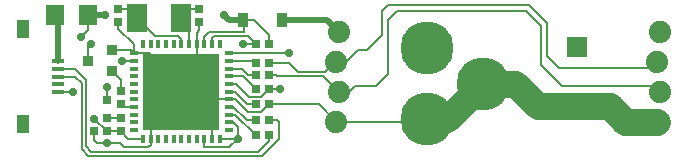
<source format=gtl>
G04 (created by PCBNEW (2013-07-07 BZR 4022)-stable) date 4/25/2015 1:18:05 AM*
%MOIN*%
G04 Gerber Fmt 3.4, Leading zero omitted, Abs format*
%FSLAX34Y34*%
G01*
G70*
G90*
G04 APERTURE LIST*
%ADD10C,0.00590551*%
%ADD11R,0.0413X0.0157*%
%ADD12R,0.0433X0.059*%
%ADD13R,0.036X0.036*%
%ADD14R,0.038X0.05*%
%ADD15R,0.0315X0.0138*%
%ADD16R,0.0138X0.0315*%
%ADD17R,0.128X0.128*%
%ADD18R,0.063X0.071*%
%ADD19R,0.0314X0.0314*%
%ADD20R,0.0275X0.0315*%
%ADD21R,0.0315X0.0275*%
%ADD22R,0.0669291X0.0944882*%
%ADD23C,0.177165*%
%ADD24R,0.0708661X0.0708661*%
%ADD25C,0.0708661*%
%ADD26C,0.074*%
%ADD27C,0.0275591*%
%ADD28C,0.019685*%
%ADD29C,0.00629921*%
%ADD30C,0.0905512*%
G04 APERTURE END LIST*
G54D10*
G54D11*
X44600Y-15889D03*
X44600Y-16145D03*
X44600Y-16400D03*
X44600Y-16655D03*
X44600Y-16911D03*
G54D12*
X43419Y-17974D03*
X43419Y-14826D03*
G54D13*
X46400Y-15525D03*
X46400Y-16225D03*
X45600Y-15875D03*
G54D14*
X50760Y-14515D03*
X52050Y-14515D03*
G54D15*
X50275Y-18180D03*
X50275Y-17924D03*
X50275Y-17412D03*
X50275Y-17156D03*
X50275Y-16900D03*
X50275Y-16644D03*
G54D16*
X49468Y-15325D03*
X49212Y-15325D03*
X48956Y-15325D03*
X48700Y-15325D03*
X48444Y-15325D03*
X48188Y-15325D03*
X47932Y-15325D03*
G54D15*
X50275Y-17668D03*
G54D17*
X49340Y-16260D03*
X49340Y-17540D03*
X48060Y-17540D03*
X48060Y-16260D03*
G54D15*
X47125Y-16132D03*
X47125Y-16388D03*
X47125Y-16644D03*
X47125Y-16900D03*
X47125Y-17156D03*
X47125Y-17412D03*
X47125Y-17668D03*
G54D16*
X47932Y-18475D03*
X48188Y-18475D03*
X48444Y-18475D03*
X48700Y-18475D03*
X48956Y-18475D03*
X49212Y-18475D03*
X49468Y-18475D03*
G54D15*
X50275Y-16388D03*
X50275Y-16132D03*
X50275Y-15876D03*
X50275Y-15620D03*
G54D16*
X49980Y-15325D03*
X49724Y-15325D03*
X47676Y-15325D03*
X47420Y-15325D03*
G54D15*
X47125Y-15620D03*
X47125Y-15876D03*
X47125Y-17924D03*
X47125Y-18180D03*
G54D16*
X47420Y-18475D03*
X47676Y-18475D03*
X49724Y-18475D03*
X49980Y-18475D03*
G54D18*
X44475Y-14350D03*
X45575Y-14350D03*
G54D19*
X46225Y-17770D03*
X46225Y-17180D03*
G54D20*
X46675Y-16884D03*
X46675Y-17316D03*
G54D21*
X51184Y-16825D03*
X51616Y-16825D03*
X51184Y-16350D03*
X51616Y-16350D03*
X51184Y-15950D03*
X51616Y-15950D03*
G54D20*
X46675Y-18216D03*
X46675Y-17784D03*
G54D21*
X51184Y-15300D03*
X51616Y-15300D03*
G54D20*
X46600Y-14566D03*
X46600Y-14134D03*
X49300Y-14134D03*
X49300Y-14566D03*
G54D21*
X51616Y-17325D03*
X51184Y-17325D03*
X45784Y-18225D03*
X46216Y-18225D03*
X51184Y-17850D03*
X51616Y-17850D03*
X51184Y-18350D03*
X51616Y-18350D03*
G54D22*
X47221Y-14450D03*
X48678Y-14450D03*
G54D23*
X56900Y-15459D03*
X56900Y-17821D03*
X58750Y-16640D03*
G54D24*
X61900Y-15415D03*
G54D25*
X61900Y-17384D03*
G54D26*
X53850Y-15900D03*
X53950Y-16900D03*
X53850Y-17900D03*
X53950Y-14900D03*
X64550Y-15900D03*
X64650Y-16900D03*
X64550Y-17900D03*
X64650Y-14900D03*
G54D27*
X45075Y-16925D03*
X46225Y-18625D03*
X46225Y-16750D03*
X52300Y-15625D03*
X50750Y-15325D03*
X45675Y-15325D03*
X51975Y-16825D03*
X50575Y-18475D03*
X45800Y-17800D03*
X46725Y-15875D03*
X45350Y-15075D03*
X46150Y-14350D03*
X50125Y-14350D03*
G54D28*
X44600Y-15889D02*
X44600Y-14475D01*
X44600Y-14475D02*
X44475Y-14350D01*
G54D29*
X53950Y-16900D02*
X54300Y-16900D01*
X64450Y-16700D02*
X64650Y-16900D01*
X61400Y-16700D02*
X64450Y-16700D01*
X60700Y-16000D02*
X61400Y-16700D01*
X60700Y-14700D02*
X60700Y-16000D01*
X60200Y-14200D02*
X60700Y-14700D01*
X55900Y-14200D02*
X60200Y-14200D01*
X55600Y-14500D02*
X55900Y-14200D01*
X55600Y-16300D02*
X55600Y-14500D01*
X55200Y-16700D02*
X55600Y-16300D01*
X54500Y-16700D02*
X55200Y-16700D01*
X54300Y-16900D02*
X54500Y-16700D01*
X51616Y-16350D02*
X51875Y-16350D01*
X53425Y-16375D02*
X53950Y-16900D01*
X51900Y-16375D02*
X53425Y-16375D01*
X51875Y-16350D02*
X51900Y-16375D01*
X50275Y-17412D02*
X50437Y-17412D01*
X50875Y-17850D02*
X51184Y-17850D01*
X50437Y-17412D02*
X50875Y-17850D01*
X50275Y-17668D02*
X50502Y-17668D01*
X50502Y-17668D02*
X51184Y-18350D01*
X53850Y-15900D02*
X54200Y-15900D01*
X64350Y-16100D02*
X64550Y-15900D01*
X61300Y-16100D02*
X64350Y-16100D01*
X60900Y-15700D02*
X61300Y-16100D01*
X60900Y-14600D02*
X60900Y-15700D01*
X60300Y-14000D02*
X60900Y-14600D01*
X55600Y-14000D02*
X60300Y-14000D01*
X55400Y-14200D02*
X55600Y-14000D01*
X55400Y-15000D02*
X55400Y-14200D01*
X54900Y-15500D02*
X55400Y-15000D01*
X54600Y-15500D02*
X54900Y-15500D01*
X54200Y-15900D02*
X54600Y-15500D01*
X51616Y-15950D02*
X52300Y-15950D01*
X53500Y-16250D02*
X53850Y-15900D01*
X52600Y-16250D02*
X53500Y-16250D01*
X52300Y-15950D02*
X52600Y-16250D01*
G54D30*
X61900Y-17384D02*
X62984Y-17384D01*
X63500Y-17900D02*
X64550Y-17900D01*
X62984Y-17384D02*
X63500Y-17900D01*
X58750Y-16640D02*
X59840Y-16640D01*
X60584Y-17384D02*
X61900Y-17384D01*
X59840Y-16640D02*
X60584Y-17384D01*
X56900Y-17821D02*
X57569Y-17821D01*
X57569Y-17821D02*
X58750Y-16640D01*
G54D29*
X53850Y-17900D02*
X56821Y-17900D01*
X56821Y-17900D02*
X56900Y-17821D01*
X47125Y-15620D02*
X47420Y-15620D01*
X47420Y-15620D02*
X48060Y-16260D01*
X48060Y-16260D02*
X48060Y-17540D01*
X48060Y-17540D02*
X49340Y-17540D01*
X49340Y-17540D02*
X49340Y-16260D01*
X49340Y-16260D02*
X48060Y-16260D01*
X48060Y-16260D02*
X49340Y-17540D01*
X50275Y-17156D02*
X49156Y-17156D01*
X49156Y-17156D02*
X47620Y-15620D01*
X47620Y-15620D02*
X47125Y-15620D01*
X47676Y-18475D02*
X47676Y-17299D01*
X49212Y-15763D02*
X49212Y-15325D01*
X47676Y-17299D02*
X49212Y-15763D01*
X49724Y-18475D02*
X49724Y-17724D01*
X49724Y-17724D02*
X47620Y-15620D01*
X47620Y-15620D02*
X47125Y-15620D01*
X51616Y-17325D02*
X53275Y-17325D01*
X53275Y-17325D02*
X53850Y-17900D01*
X44600Y-16911D02*
X45061Y-16911D01*
X45061Y-16911D02*
X45075Y-16925D01*
X46225Y-18625D02*
X46650Y-18625D01*
X47676Y-18674D02*
X47676Y-18475D01*
X47600Y-18750D02*
X47676Y-18674D01*
X46775Y-18750D02*
X47600Y-18750D01*
X46650Y-18625D02*
X46775Y-18750D01*
X46225Y-17180D02*
X46225Y-16750D01*
X45784Y-18509D02*
X45784Y-18225D01*
X45900Y-18625D02*
X45784Y-18509D01*
X46225Y-18625D02*
X45900Y-18625D01*
X46400Y-15525D02*
X47030Y-15525D01*
X47030Y-15525D02*
X47125Y-15620D01*
X46600Y-14566D02*
X46600Y-14800D01*
X47125Y-15325D02*
X47125Y-15620D01*
X46600Y-14800D02*
X47125Y-15325D01*
X49300Y-14566D02*
X49300Y-14850D01*
X49300Y-14850D02*
X49212Y-14938D01*
X49212Y-14938D02*
X49212Y-15325D01*
X50275Y-17156D02*
X50506Y-17156D01*
X51366Y-17575D02*
X51616Y-17325D01*
X50925Y-17575D02*
X51366Y-17575D01*
X50506Y-17156D02*
X50925Y-17575D01*
X50275Y-15620D02*
X52295Y-15620D01*
X52295Y-15620D02*
X52300Y-15625D01*
X50275Y-15876D02*
X51110Y-15876D01*
X51110Y-15876D02*
X51184Y-15950D01*
X46675Y-16884D02*
X46675Y-16500D01*
X46675Y-16500D02*
X46400Y-16225D01*
X46225Y-17770D02*
X46661Y-17770D01*
X46661Y-17770D02*
X46675Y-17784D01*
X50275Y-16388D02*
X50747Y-16388D01*
X50747Y-16388D02*
X51184Y-16825D01*
X44600Y-16145D02*
X45145Y-16145D01*
X51616Y-18534D02*
X51616Y-18350D01*
X51616Y-18534D02*
X51250Y-18900D01*
X45700Y-18900D02*
X51250Y-18900D01*
X45525Y-18725D02*
X45700Y-18900D01*
X45525Y-16525D02*
X45525Y-18725D01*
X45145Y-16145D02*
X45525Y-16525D01*
X51616Y-17850D02*
X51900Y-17850D01*
X45150Y-16400D02*
X44600Y-16400D01*
X45375Y-16625D02*
X45150Y-16400D01*
X45375Y-18825D02*
X45375Y-16625D01*
X45600Y-19050D02*
X45375Y-18825D01*
X51375Y-19050D02*
X45600Y-19050D01*
X51950Y-18475D02*
X51375Y-19050D01*
X51950Y-17900D02*
X51950Y-18475D01*
X51900Y-17850D02*
X51950Y-17900D01*
X47125Y-17412D02*
X46771Y-17412D01*
X46771Y-17412D02*
X46675Y-17316D01*
X45600Y-15875D02*
X45600Y-15400D01*
X50775Y-15300D02*
X51184Y-15300D01*
X50750Y-15325D02*
X50775Y-15300D01*
X45600Y-15400D02*
X45675Y-15325D01*
X49724Y-15325D02*
X49724Y-15126D01*
X50934Y-15050D02*
X51184Y-15300D01*
X49800Y-15050D02*
X50934Y-15050D01*
X49724Y-15126D02*
X49800Y-15050D01*
X50275Y-16132D02*
X50707Y-16132D01*
X50925Y-16350D02*
X51184Y-16350D01*
X50707Y-16132D02*
X50925Y-16350D01*
X50275Y-16900D02*
X50475Y-16900D01*
X50900Y-17325D02*
X51184Y-17325D01*
X50475Y-16900D02*
X50900Y-17325D01*
G54D28*
X52050Y-14515D02*
X53565Y-14515D01*
X53565Y-14515D02*
X53950Y-14900D01*
G54D29*
X50760Y-14515D02*
X51115Y-14515D01*
X51616Y-15016D02*
X51616Y-15300D01*
X51115Y-14515D02*
X51616Y-15016D01*
X49468Y-18475D02*
X49468Y-18743D01*
X50300Y-18750D02*
X50575Y-18475D01*
X49475Y-18750D02*
X50300Y-18750D01*
X49468Y-18743D02*
X49475Y-18750D01*
X50275Y-17924D02*
X50424Y-17924D01*
X50575Y-18075D02*
X50575Y-18475D01*
X50424Y-17924D02*
X50575Y-18075D01*
X49980Y-18475D02*
X50575Y-18475D01*
X51975Y-16825D02*
X51616Y-16825D01*
X47420Y-18475D02*
X46934Y-18475D01*
X46684Y-18225D02*
X46216Y-18225D01*
X46934Y-18475D02*
X46684Y-18225D01*
X46216Y-18225D02*
X46216Y-18216D01*
X46216Y-18216D02*
X45800Y-17800D01*
X47125Y-15876D02*
X46726Y-15876D01*
X46726Y-15876D02*
X46725Y-15875D01*
X45575Y-14850D02*
X45575Y-14350D01*
X45350Y-15075D02*
X45575Y-14850D01*
G54D28*
X45575Y-14350D02*
X46150Y-14350D01*
X50290Y-14515D02*
X50760Y-14515D01*
X50125Y-14350D02*
X50290Y-14515D01*
G54D29*
X50775Y-14924D02*
X50775Y-14530D01*
X50775Y-14530D02*
X50760Y-14515D01*
X49468Y-15325D02*
X49468Y-15082D01*
X49625Y-14924D02*
X50775Y-14924D01*
X49468Y-15082D02*
X49625Y-14924D01*
X50275Y-16644D02*
X50519Y-16644D01*
X51366Y-17075D02*
X51616Y-16825D01*
X50950Y-17075D02*
X51366Y-17075D01*
X50519Y-16644D02*
X50950Y-17075D01*
X46600Y-14134D02*
X46905Y-14134D01*
X46905Y-14134D02*
X47221Y-14450D01*
X48700Y-15325D02*
X48700Y-15150D01*
X47821Y-15050D02*
X47221Y-14450D01*
X48600Y-15050D02*
X47821Y-15050D01*
X48700Y-15150D02*
X48600Y-15050D01*
X49300Y-14134D02*
X48994Y-14134D01*
X48994Y-14134D02*
X48678Y-14450D01*
X48956Y-15325D02*
X48956Y-14727D01*
X48956Y-14727D02*
X48678Y-14450D01*
M02*

</source>
